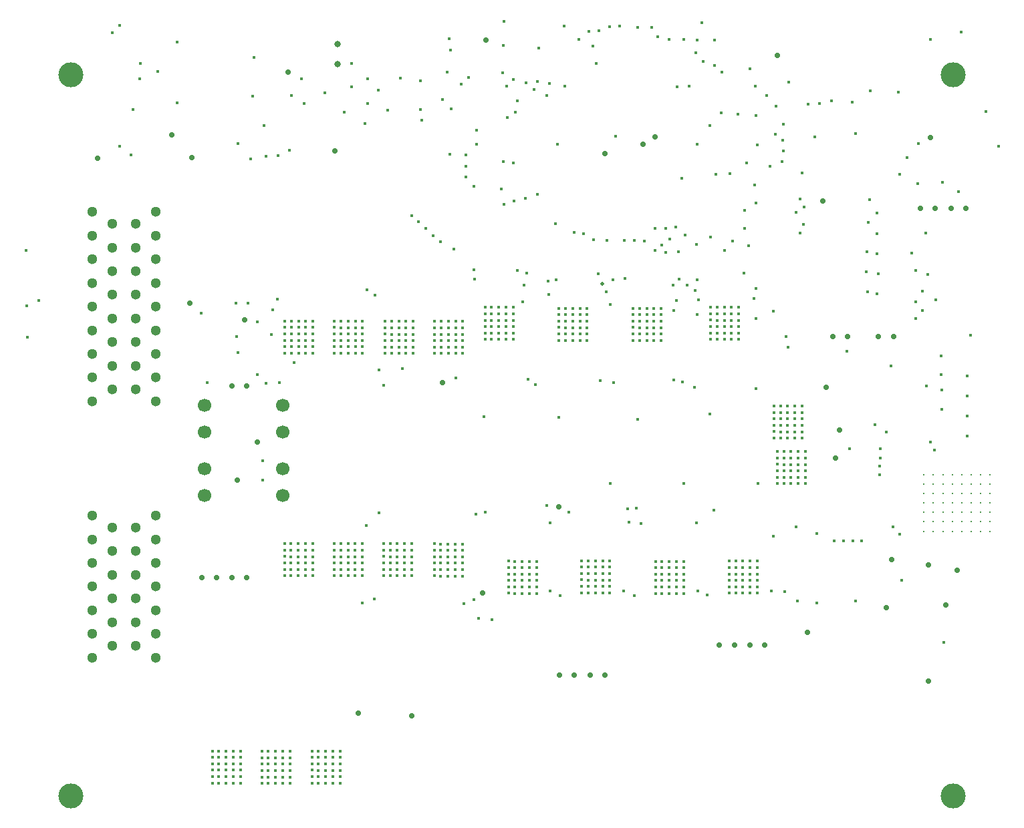
<source format=gbr>
%TF.GenerationSoftware,Altium Limited,Altium Designer,19.1.8 (144)*%
G04 Layer_Color=0*
%FSLAX26Y26*%
%MOIN*%
%TF.FileFunction,Plated,1,4,PTH,Drill*%
%TF.Part,Single*%
G01*
G75*
%TA.AperFunction,ComponentDrill*%
%ADD123C,0.051181*%
%ADD124C,0.066929*%
%TA.AperFunction,OtherDrill,Pad Free-1 (4700mil,3900mil)*%
%ADD125C,0.125000*%
%TA.AperFunction,OtherDrill,Pad Free-1 (4700mil,300mil)*%
%ADD126C,0.125000*%
%TA.AperFunction,OtherDrill,Pad Free-1 (300mil,300mil)*%
%ADD127C,0.125000*%
%TA.AperFunction,OtherDrill,Pad Free-1 (300mil,3900mil)*%
%ADD128C,0.125000*%
%TA.AperFunction,ComponentDrill*%
%ADD129C,0.031496*%
%ADD130C,0.011811*%
%TA.AperFunction,ViaDrill,NotFilled*%
%ADD131C,0.015000*%
%ADD132C,0.028000*%
%ADD133C,0.020000*%
D123*
X720866Y2269685D02*
D03*
Y2387795D02*
D03*
Y2505905D02*
D03*
Y2624016D02*
D03*
Y2742126D02*
D03*
Y2860236D02*
D03*
Y2978347D02*
D03*
Y3096457D02*
D03*
Y3214567D02*
D03*
X622441Y2328740D02*
D03*
Y2446850D02*
D03*
Y2564961D02*
D03*
Y2683071D02*
D03*
Y2801181D02*
D03*
Y2919291D02*
D03*
Y3037402D02*
D03*
Y3155512D02*
D03*
X504331Y2328740D02*
D03*
Y2446850D02*
D03*
Y2564961D02*
D03*
Y2683071D02*
D03*
Y2801181D02*
D03*
Y2919291D02*
D03*
Y3037402D02*
D03*
Y3155512D02*
D03*
X405906Y2269685D02*
D03*
Y2387795D02*
D03*
Y2505905D02*
D03*
Y2624016D02*
D03*
Y2742126D02*
D03*
Y2860236D02*
D03*
Y2978347D02*
D03*
Y3096457D02*
D03*
Y3214567D02*
D03*
Y1698819D02*
D03*
Y1580709D02*
D03*
Y1462599D02*
D03*
Y1344488D02*
D03*
Y1226378D02*
D03*
Y1108268D02*
D03*
Y990158D02*
D03*
X504331Y1639764D02*
D03*
Y1521654D02*
D03*
Y1403543D02*
D03*
Y1285433D02*
D03*
Y1167323D02*
D03*
Y1049213D02*
D03*
X622441Y1639764D02*
D03*
Y1521654D02*
D03*
Y1403543D02*
D03*
Y1285433D02*
D03*
Y1167323D02*
D03*
Y1049213D02*
D03*
X720866Y1698819D02*
D03*
Y1580709D02*
D03*
Y1462599D02*
D03*
Y1344488D02*
D03*
Y1226378D02*
D03*
Y1108268D02*
D03*
Y990158D02*
D03*
D124*
X964724Y1933022D02*
D03*
X1355276D02*
D03*
X964724Y1799163D02*
D03*
X1355276D02*
D03*
X964449Y2250000D02*
D03*
X1355000D02*
D03*
X964449Y2116142D02*
D03*
X1355000D02*
D03*
D125*
X4700000Y3900000D02*
D03*
D126*
Y300000D02*
D03*
D127*
X300000D02*
D03*
D128*
Y3900000D02*
D03*
D129*
X1628000Y3953449D02*
D03*
Y4053449D02*
D03*
D130*
X4742312Y1761900D02*
D03*
Y1809144D02*
D03*
Y1856388D02*
D03*
Y1903632D02*
D03*
Y1714656D02*
D03*
Y1667412D02*
D03*
Y1620168D02*
D03*
X4789556D02*
D03*
Y1667412D02*
D03*
Y1714656D02*
D03*
Y1903632D02*
D03*
Y1856388D02*
D03*
Y1809144D02*
D03*
Y1761900D02*
D03*
X4836800Y1620168D02*
D03*
Y1667412D02*
D03*
Y1714656D02*
D03*
Y1903632D02*
D03*
Y1856388D02*
D03*
Y1809144D02*
D03*
Y1761900D02*
D03*
X4884044Y1620168D02*
D03*
Y1667412D02*
D03*
Y1714656D02*
D03*
Y1903632D02*
D03*
Y1856388D02*
D03*
Y1809144D02*
D03*
Y1761900D02*
D03*
X4695068Y1620168D02*
D03*
Y1667412D02*
D03*
Y1714656D02*
D03*
Y1903632D02*
D03*
Y1856388D02*
D03*
Y1809144D02*
D03*
Y1761900D02*
D03*
X4647824Y1620168D02*
D03*
Y1667412D02*
D03*
Y1714656D02*
D03*
Y1903632D02*
D03*
Y1856388D02*
D03*
Y1809144D02*
D03*
Y1761900D02*
D03*
X4600580Y1620168D02*
D03*
Y1667412D02*
D03*
Y1714656D02*
D03*
Y1903632D02*
D03*
Y1856388D02*
D03*
Y1809144D02*
D03*
Y1761900D02*
D03*
X4553336Y1620168D02*
D03*
Y1667412D02*
D03*
Y1714656D02*
D03*
Y1903632D02*
D03*
Y1856388D02*
D03*
Y1809144D02*
D03*
Y1761900D02*
D03*
D131*
X2630900Y4033300D02*
D03*
X3716100Y2682400D02*
D03*
X3305500Y2721400D02*
D03*
X2552500Y2766200D02*
D03*
X1835545Y2425500D02*
D03*
X2973000Y3071100D02*
D03*
X2905200Y3075300D02*
D03*
X2210500Y3028400D02*
D03*
X2508000Y3268000D02*
D03*
X2567000Y3284000D02*
D03*
X4277400Y3161200D02*
D03*
X4273000Y2814400D02*
D03*
X4326200Y2904300D02*
D03*
X4266200Y2916000D02*
D03*
X4319200Y3210600D02*
D03*
X4152567Y1570800D02*
D03*
X2987000Y1473000D02*
D03*
X4107500Y1570800D02*
D03*
X2621000Y1470500D02*
D03*
X4197633Y1570800D02*
D03*
X3355000Y1470117D02*
D03*
X4270300Y3016000D02*
D03*
X4242700Y1570800D02*
D03*
X3722000Y1470896D02*
D03*
X3875700Y2537800D02*
D03*
X4169400Y2520300D02*
D03*
X3802800Y1596100D02*
D03*
X3916600Y3211700D02*
D03*
X3957400Y3239600D02*
D03*
X3951500Y3153100D02*
D03*
X3859000Y1320000D02*
D03*
X3937100Y3107700D02*
D03*
X3472000Y1303000D02*
D03*
X2739000Y1300000D02*
D03*
X3108000Y1298000D02*
D03*
X3866900Y2593400D02*
D03*
X3802000Y2720000D02*
D03*
X3937500Y3280100D02*
D03*
X4320100Y3004300D02*
D03*
X3614500Y1438896D02*
D03*
X3582000Y1439396D02*
D03*
X3650500Y1438896D02*
D03*
X3686000D02*
D03*
X3722000D02*
D03*
X3686000Y1470896D02*
D03*
X3614500D02*
D03*
X3924000Y1274000D02*
D03*
X3124500Y2180200D02*
D03*
X3485000Y2205200D02*
D03*
X2731500Y2189900D02*
D03*
X2359600Y2193000D02*
D03*
X3715000Y3696000D02*
D03*
X3421700Y3553600D02*
D03*
X2725400Y3552500D02*
D03*
X4320100Y2804300D02*
D03*
X4545600Y2817900D02*
D03*
X4511500Y2767100D02*
D03*
X4547400Y2722100D02*
D03*
X4511100Y2682200D02*
D03*
X4388000Y2447400D02*
D03*
X3593500Y2610000D02*
D03*
X3629500D02*
D03*
Y2578000D02*
D03*
X3593500Y2642000D02*
D03*
X3629500D02*
D03*
X3558000Y2610000D02*
D03*
X3593500Y2578000D02*
D03*
X4612700Y2774400D02*
D03*
X2987000Y1441000D02*
D03*
X2951000Y1473000D02*
D03*
Y1441000D02*
D03*
X2915500D02*
D03*
Y1473000D02*
D03*
X2847000Y1473500D02*
D03*
Y1441500D02*
D03*
X2879500Y1473000D02*
D03*
X3629500Y2738000D02*
D03*
X2874024Y2733000D02*
D03*
X2505000Y2737500D02*
D03*
X3243150Y2733000D02*
D03*
X4320100Y3104300D02*
D03*
X3247500Y1374117D02*
D03*
X3215000Y1374617D02*
D03*
Y1438617D02*
D03*
Y1406617D02*
D03*
X3283500Y1406117D02*
D03*
X3247500D02*
D03*
Y1470117D02*
D03*
Y1438117D02*
D03*
X3319000D02*
D03*
X3283500D02*
D03*
Y1470117D02*
D03*
X3215000Y1470617D02*
D03*
X3582000Y1407396D02*
D03*
X3614500Y1406896D02*
D03*
X3582000Y1375396D02*
D03*
X3650500Y1470896D02*
D03*
X3582000Y1471396D02*
D03*
X2988298Y1859502D02*
D03*
X2673300Y1748700D02*
D03*
X3355719Y1860519D02*
D03*
X3725200Y1858900D02*
D03*
X4365600Y2115500D02*
D03*
X1772100Y1648200D02*
D03*
X3838000Y2117000D02*
D03*
Y2085000D02*
D03*
X3874000D02*
D03*
X3822000Y1858193D02*
D03*
Y1890193D02*
D03*
X3854500Y1889693D02*
D03*
Y1857693D02*
D03*
Y1921693D02*
D03*
X3822000Y1922193D02*
D03*
X3962000Y1985693D02*
D03*
Y2017693D02*
D03*
X3926000Y1985693D02*
D03*
X3890500D02*
D03*
X3926000Y2017693D02*
D03*
X4333700Y1946800D02*
D03*
X4332300Y1901200D02*
D03*
X2254000Y2507500D02*
D03*
X1754000Y2509000D02*
D03*
X1752500Y1557543D02*
D03*
X2251000Y1557000D02*
D03*
X4336300Y2032500D02*
D03*
Y1986900D02*
D03*
X4309500Y2151200D02*
D03*
X4565300Y2344900D02*
D03*
X3962000Y1953693D02*
D03*
X3926000D02*
D03*
X3890500D02*
D03*
X3854500D02*
D03*
Y1985693D02*
D03*
X3822000Y1954193D02*
D03*
X3305000Y2376000D02*
D03*
X3805500Y2245500D02*
D03*
Y2213500D02*
D03*
X3838000Y2245000D02*
D03*
Y2213000D02*
D03*
X3874000Y2245000D02*
D03*
X3945500Y2213000D02*
D03*
X3874000D02*
D03*
X3909500Y2245000D02*
D03*
Y2213000D02*
D03*
X1866500Y2668500D02*
D03*
X1899000Y2668000D02*
D03*
X1866500Y2636500D02*
D03*
X1899000Y2636000D02*
D03*
X1866500Y2604500D02*
D03*
X1899000Y2604000D02*
D03*
X1866500Y2572500D02*
D03*
X1899000Y2572000D02*
D03*
X1866500Y2540500D02*
D03*
X1899000Y2540000D02*
D03*
X1866500Y2508500D02*
D03*
X1935000Y2668000D02*
D03*
Y2636000D02*
D03*
Y2604000D02*
D03*
Y2572000D02*
D03*
Y2540000D02*
D03*
X1899000Y2508000D02*
D03*
X1970500Y2668000D02*
D03*
X2006500D02*
D03*
X1970500Y2636000D02*
D03*
X2006500D02*
D03*
Y2604000D02*
D03*
X1970500Y2572000D02*
D03*
Y2540000D02*
D03*
X1935000Y2508000D02*
D03*
X4584400Y2066000D02*
D03*
X4607000Y2025000D02*
D03*
X4651500Y1066000D02*
D03*
X3265000Y3131000D02*
D03*
X3160000Y3069000D02*
D03*
X3213000Y3133000D02*
D03*
X3108700Y3071800D02*
D03*
X3060000Y3073510D02*
D03*
X3945500Y2117000D02*
D03*
X3874000D02*
D03*
Y2181000D02*
D03*
X3805500Y2181500D02*
D03*
Y2085500D02*
D03*
X3909500Y2149000D02*
D03*
X3838000Y2181000D02*
D03*
X3805500Y2117500D02*
D03*
X3945500Y2245000D02*
D03*
Y2149000D02*
D03*
X3874000D02*
D03*
X3805500Y2149500D02*
D03*
X3945500Y2181000D02*
D03*
X3909500D02*
D03*
X3838000Y2149000D02*
D03*
X3909500Y2117000D02*
D03*
X2855000Y3106000D02*
D03*
X2716000Y3155000D02*
D03*
X4770000Y2296000D02*
D03*
Y2096000D02*
D03*
Y2196000D02*
D03*
Y2395400D02*
D03*
X4639000Y2495000D02*
D03*
X3705000Y2781000D02*
D03*
X3656485Y2908015D02*
D03*
X3716000Y2833000D02*
D03*
X1329723Y2778100D02*
D03*
X1534000Y363000D02*
D03*
Y395000D02*
D03*
Y427000D02*
D03*
Y459000D02*
D03*
Y491000D02*
D03*
Y523000D02*
D03*
X1570000D02*
D03*
Y491000D02*
D03*
Y459000D02*
D03*
Y427000D02*
D03*
Y395000D02*
D03*
Y363000D02*
D03*
X1641500D02*
D03*
Y395000D02*
D03*
Y427000D02*
D03*
Y459000D02*
D03*
Y491000D02*
D03*
Y523000D02*
D03*
X1605500D02*
D03*
Y491000D02*
D03*
Y459000D02*
D03*
Y427000D02*
D03*
Y395000D02*
D03*
Y363000D02*
D03*
X1501500Y363500D02*
D03*
Y395500D02*
D03*
Y427500D02*
D03*
Y459500D02*
D03*
Y491500D02*
D03*
Y523500D02*
D03*
X1284000Y361500D02*
D03*
Y393500D02*
D03*
Y425500D02*
D03*
Y457500D02*
D03*
Y489500D02*
D03*
Y521500D02*
D03*
X1320000D02*
D03*
Y489500D02*
D03*
Y457500D02*
D03*
Y425500D02*
D03*
Y393500D02*
D03*
Y361500D02*
D03*
X1391500D02*
D03*
Y393500D02*
D03*
Y425500D02*
D03*
Y457500D02*
D03*
Y489500D02*
D03*
Y521500D02*
D03*
X1355500D02*
D03*
Y489500D02*
D03*
Y457500D02*
D03*
Y425500D02*
D03*
Y393500D02*
D03*
Y361500D02*
D03*
X1251500Y362000D02*
D03*
Y394000D02*
D03*
Y426000D02*
D03*
Y458000D02*
D03*
Y490000D02*
D03*
Y522000D02*
D03*
X1037500Y363500D02*
D03*
Y395500D02*
D03*
Y427500D02*
D03*
Y459500D02*
D03*
Y491500D02*
D03*
Y523500D02*
D03*
X1073500D02*
D03*
Y491500D02*
D03*
Y459500D02*
D03*
Y427500D02*
D03*
Y395500D02*
D03*
Y363500D02*
D03*
X1145000D02*
D03*
Y395500D02*
D03*
Y427500D02*
D03*
Y459500D02*
D03*
Y491500D02*
D03*
Y523500D02*
D03*
X1109000D02*
D03*
Y491500D02*
D03*
Y459500D02*
D03*
Y427500D02*
D03*
Y395500D02*
D03*
Y363500D02*
D03*
X1005000Y364000D02*
D03*
Y396000D02*
D03*
Y428000D02*
D03*
Y460000D02*
D03*
Y492000D02*
D03*
Y524000D02*
D03*
X3854500Y2017693D02*
D03*
X3890500D02*
D03*
Y1921693D02*
D03*
Y1889693D02*
D03*
Y1857693D02*
D03*
X3962000D02*
D03*
Y1889693D02*
D03*
Y1921693D02*
D03*
X3926000D02*
D03*
Y1889693D02*
D03*
Y1857693D02*
D03*
X3822000Y1986193D02*
D03*
Y2018193D02*
D03*
X3945500Y2085000D02*
D03*
X3909500D02*
D03*
X2879500Y1313000D02*
D03*
Y1345000D02*
D03*
Y1377000D02*
D03*
Y1409000D02*
D03*
Y1441000D02*
D03*
X2915500Y1409000D02*
D03*
Y1377000D02*
D03*
Y1345000D02*
D03*
Y1313000D02*
D03*
X2987000D02*
D03*
Y1345000D02*
D03*
Y1377000D02*
D03*
Y1409000D02*
D03*
X2951000D02*
D03*
Y1377000D02*
D03*
Y1345000D02*
D03*
Y1313000D02*
D03*
X2847000Y1313500D02*
D03*
Y1345500D02*
D03*
Y1377500D02*
D03*
Y1409500D02*
D03*
X1681000Y1493543D02*
D03*
X1716500D02*
D03*
Y1525543D02*
D03*
X1752500D02*
D03*
X3489500Y2738500D02*
D03*
Y2706500D02*
D03*
Y2674500D02*
D03*
Y2642500D02*
D03*
Y2610500D02*
D03*
Y2578500D02*
D03*
X3593500Y2674000D02*
D03*
Y2706000D02*
D03*
Y2738000D02*
D03*
X3629500Y2706000D02*
D03*
Y2674000D02*
D03*
X3558000Y2578000D02*
D03*
Y2642000D02*
D03*
Y2674000D02*
D03*
Y2706000D02*
D03*
Y2738000D02*
D03*
X3522000D02*
D03*
Y2706000D02*
D03*
Y2674000D02*
D03*
Y2642000D02*
D03*
Y2610000D02*
D03*
Y2578000D02*
D03*
X3103150Y2733500D02*
D03*
Y2701500D02*
D03*
Y2669500D02*
D03*
Y2637500D02*
D03*
Y2605500D02*
D03*
Y2573500D02*
D03*
X3207150Y2573000D02*
D03*
Y2605000D02*
D03*
Y2637000D02*
D03*
Y2669000D02*
D03*
Y2701000D02*
D03*
Y2733000D02*
D03*
X3243150Y2701000D02*
D03*
Y2669000D02*
D03*
Y2637000D02*
D03*
Y2605000D02*
D03*
Y2573000D02*
D03*
X3171650D02*
D03*
Y2605000D02*
D03*
Y2637000D02*
D03*
Y2669000D02*
D03*
Y2701000D02*
D03*
Y2733000D02*
D03*
X3135650D02*
D03*
Y2701000D02*
D03*
Y2669000D02*
D03*
Y2637000D02*
D03*
Y2605000D02*
D03*
Y2573000D02*
D03*
X2734024Y2733500D02*
D03*
Y2701500D02*
D03*
Y2669500D02*
D03*
Y2637500D02*
D03*
Y2605500D02*
D03*
Y2573500D02*
D03*
X2838024Y2573000D02*
D03*
Y2605000D02*
D03*
Y2637000D02*
D03*
Y2669000D02*
D03*
Y2701000D02*
D03*
Y2733000D02*
D03*
X2874024Y2701000D02*
D03*
Y2669000D02*
D03*
Y2637000D02*
D03*
Y2605000D02*
D03*
Y2573000D02*
D03*
X2802524D02*
D03*
Y2605000D02*
D03*
Y2637000D02*
D03*
Y2669000D02*
D03*
Y2701000D02*
D03*
Y2733000D02*
D03*
X2766524D02*
D03*
Y2701000D02*
D03*
Y2669000D02*
D03*
Y2637000D02*
D03*
Y2605000D02*
D03*
Y2573000D02*
D03*
X2365000Y2738000D02*
D03*
Y2706000D02*
D03*
Y2674000D02*
D03*
Y2642000D02*
D03*
Y2610000D02*
D03*
Y2578000D02*
D03*
X2469000Y2577500D02*
D03*
Y2609500D02*
D03*
Y2641500D02*
D03*
Y2673500D02*
D03*
Y2705500D02*
D03*
Y2737500D02*
D03*
X2505000Y2705500D02*
D03*
Y2673500D02*
D03*
Y2641500D02*
D03*
Y2609500D02*
D03*
Y2577500D02*
D03*
X2433500D02*
D03*
Y2609500D02*
D03*
Y2641500D02*
D03*
Y2673500D02*
D03*
Y2705500D02*
D03*
Y2737500D02*
D03*
X2397500D02*
D03*
Y2705500D02*
D03*
Y2673500D02*
D03*
Y2641500D02*
D03*
Y2609500D02*
D03*
Y2577500D02*
D03*
X3582000Y1343396D02*
D03*
Y1311396D02*
D03*
X3686000Y1310896D02*
D03*
Y1342896D02*
D03*
Y1374896D02*
D03*
Y1406896D02*
D03*
X3722000D02*
D03*
Y1374896D02*
D03*
Y1342896D02*
D03*
Y1310896D02*
D03*
X3650500D02*
D03*
Y1342896D02*
D03*
Y1374896D02*
D03*
Y1406896D02*
D03*
X3614500Y1374896D02*
D03*
Y1342896D02*
D03*
Y1310896D02*
D03*
X3215000Y1342617D02*
D03*
Y1310617D02*
D03*
X3319000Y1310117D02*
D03*
Y1342117D02*
D03*
Y1374117D02*
D03*
Y1406117D02*
D03*
Y1470117D02*
D03*
X3355000Y1438117D02*
D03*
Y1406117D02*
D03*
Y1374117D02*
D03*
Y1342117D02*
D03*
Y1310117D02*
D03*
X3283500D02*
D03*
Y1342117D02*
D03*
Y1374117D02*
D03*
X3247500Y1342117D02*
D03*
Y1310117D02*
D03*
X2481000Y1471000D02*
D03*
Y1439000D02*
D03*
Y1407000D02*
D03*
Y1375000D02*
D03*
Y1343000D02*
D03*
Y1311000D02*
D03*
X2585000Y1310500D02*
D03*
Y1342500D02*
D03*
Y1374500D02*
D03*
Y1406500D02*
D03*
Y1438500D02*
D03*
Y1470500D02*
D03*
X2621000Y1438500D02*
D03*
Y1406500D02*
D03*
Y1374500D02*
D03*
Y1342500D02*
D03*
Y1310500D02*
D03*
X2549500D02*
D03*
Y1342500D02*
D03*
Y1374500D02*
D03*
Y1406500D02*
D03*
Y1438500D02*
D03*
Y1470500D02*
D03*
X2513500D02*
D03*
Y1438500D02*
D03*
Y1406500D02*
D03*
Y1374500D02*
D03*
Y1342500D02*
D03*
Y1310500D02*
D03*
X2111000Y1557500D02*
D03*
Y1525500D02*
D03*
Y1493500D02*
D03*
Y1461500D02*
D03*
Y1429500D02*
D03*
Y1397500D02*
D03*
X2215000Y1397000D02*
D03*
Y1429000D02*
D03*
Y1461000D02*
D03*
Y1493000D02*
D03*
Y1525000D02*
D03*
Y1557000D02*
D03*
X2251000Y1525000D02*
D03*
Y1493000D02*
D03*
Y1461000D02*
D03*
Y1429000D02*
D03*
Y1397000D02*
D03*
X2179500D02*
D03*
Y1429000D02*
D03*
Y1461000D02*
D03*
Y1493000D02*
D03*
Y1525000D02*
D03*
Y1557000D02*
D03*
X2143500D02*
D03*
Y1525000D02*
D03*
Y1493000D02*
D03*
Y1461000D02*
D03*
Y1429000D02*
D03*
Y1397000D02*
D03*
X1612500Y1398043D02*
D03*
X1645000Y1397543D02*
D03*
X1681000D02*
D03*
X1716500D02*
D03*
X1891000Y1397637D02*
D03*
Y1429637D02*
D03*
Y1461637D02*
D03*
Y1493637D02*
D03*
Y1525637D02*
D03*
Y1557637D02*
D03*
X1927000D02*
D03*
Y1525637D02*
D03*
Y1493637D02*
D03*
Y1461637D02*
D03*
Y1429637D02*
D03*
Y1397637D02*
D03*
X1998500D02*
D03*
Y1429637D02*
D03*
Y1461637D02*
D03*
Y1493637D02*
D03*
Y1525637D02*
D03*
Y1557637D02*
D03*
X1962500D02*
D03*
Y1525637D02*
D03*
Y1493637D02*
D03*
Y1461637D02*
D03*
Y1429637D02*
D03*
Y1397637D02*
D03*
X1858500Y1398137D02*
D03*
Y1430137D02*
D03*
Y1462137D02*
D03*
Y1494137D02*
D03*
Y1526137D02*
D03*
Y1558137D02*
D03*
X1397500Y1398043D02*
D03*
Y1430043D02*
D03*
Y1462043D02*
D03*
Y1494043D02*
D03*
Y1526043D02*
D03*
Y1558043D02*
D03*
X1433500D02*
D03*
Y1526043D02*
D03*
Y1494043D02*
D03*
Y1462043D02*
D03*
Y1430043D02*
D03*
Y1398043D02*
D03*
X1505000D02*
D03*
Y1430043D02*
D03*
Y1462043D02*
D03*
Y1494043D02*
D03*
Y1526043D02*
D03*
Y1558043D02*
D03*
X1469000D02*
D03*
Y1526043D02*
D03*
Y1494043D02*
D03*
Y1462043D02*
D03*
Y1430043D02*
D03*
Y1398043D02*
D03*
X1365000Y1398543D02*
D03*
Y1430543D02*
D03*
Y1462543D02*
D03*
Y1494543D02*
D03*
Y1526543D02*
D03*
Y1558543D02*
D03*
X1612500Y1558043D02*
D03*
Y1526043D02*
D03*
Y1494043D02*
D03*
Y1462043D02*
D03*
Y1430043D02*
D03*
X1716500Y1429543D02*
D03*
Y1461543D02*
D03*
Y1557543D02*
D03*
X1752500Y1493543D02*
D03*
Y1461543D02*
D03*
Y1429543D02*
D03*
Y1397543D02*
D03*
X1681000Y1429543D02*
D03*
Y1461543D02*
D03*
Y1525543D02*
D03*
Y1557543D02*
D03*
X1645000D02*
D03*
Y1525543D02*
D03*
Y1493543D02*
D03*
Y1461543D02*
D03*
Y1429543D02*
D03*
X2006500Y2508000D02*
D03*
Y2540000D02*
D03*
Y2572000D02*
D03*
X1970500Y2604000D02*
D03*
Y2508000D02*
D03*
X2114000Y2668000D02*
D03*
Y2636000D02*
D03*
Y2604000D02*
D03*
Y2572000D02*
D03*
Y2540000D02*
D03*
Y2508000D02*
D03*
X2218000Y2507500D02*
D03*
Y2539500D02*
D03*
Y2571500D02*
D03*
Y2603500D02*
D03*
Y2635500D02*
D03*
Y2667500D02*
D03*
X2254000D02*
D03*
Y2635500D02*
D03*
Y2603500D02*
D03*
Y2571500D02*
D03*
Y2539500D02*
D03*
X2182500Y2507500D02*
D03*
Y2539500D02*
D03*
Y2571500D02*
D03*
Y2603500D02*
D03*
Y2635500D02*
D03*
Y2667500D02*
D03*
X2146500D02*
D03*
Y2635500D02*
D03*
Y2603500D02*
D03*
Y2571500D02*
D03*
Y2539500D02*
D03*
Y2507500D02*
D03*
X1646500Y2509000D02*
D03*
Y2541000D02*
D03*
Y2573000D02*
D03*
Y2605000D02*
D03*
Y2637000D02*
D03*
Y2669000D02*
D03*
X1682500D02*
D03*
Y2637000D02*
D03*
Y2605000D02*
D03*
Y2573000D02*
D03*
Y2541000D02*
D03*
Y2509000D02*
D03*
X1754000Y2541000D02*
D03*
Y2573000D02*
D03*
Y2605000D02*
D03*
Y2637000D02*
D03*
Y2669000D02*
D03*
X1718000D02*
D03*
Y2637000D02*
D03*
Y2605000D02*
D03*
Y2573000D02*
D03*
Y2541000D02*
D03*
Y2509000D02*
D03*
X1614000Y2509500D02*
D03*
Y2541500D02*
D03*
Y2573500D02*
D03*
Y2605500D02*
D03*
Y2637500D02*
D03*
Y2669500D02*
D03*
X1366500Y2670000D02*
D03*
Y2638000D02*
D03*
Y2606000D02*
D03*
Y2574000D02*
D03*
Y2542000D02*
D03*
Y2510000D02*
D03*
X1470500Y2509500D02*
D03*
Y2541500D02*
D03*
Y2573500D02*
D03*
Y2605500D02*
D03*
Y2637500D02*
D03*
Y2669500D02*
D03*
X1506500D02*
D03*
Y2637500D02*
D03*
Y2605500D02*
D03*
Y2573500D02*
D03*
Y2541500D02*
D03*
Y2509500D02*
D03*
X1435000D02*
D03*
Y2541500D02*
D03*
Y2573500D02*
D03*
Y2605500D02*
D03*
Y2637500D02*
D03*
Y2669500D02*
D03*
X1399000D02*
D03*
Y2637500D02*
D03*
Y2605500D02*
D03*
Y2573500D02*
D03*
Y2541500D02*
D03*
Y2509500D02*
D03*
X731000Y3917000D02*
D03*
X645030Y3954500D02*
D03*
X644000Y3878500D02*
D03*
X541500Y4146500D02*
D03*
X610000Y3726000D02*
D03*
X829500Y3760500D02*
D03*
Y4061000D02*
D03*
X78500Y2746500D02*
D03*
X3076500Y1734000D02*
D03*
X4784500Y2597500D02*
D03*
X1399000Y3795000D02*
D03*
X2969000Y2815000D02*
D03*
X2928000Y2906024D02*
D03*
X1774685Y2826000D02*
D03*
X949000Y2710000D02*
D03*
X2690000Y1663328D02*
D03*
X2260263Y1260000D02*
D03*
X2454000Y3910000D02*
D03*
X2760000Y4144000D02*
D03*
X2459000Y4166000D02*
D03*
X3787000Y3444000D02*
D03*
X3847000Y3465000D02*
D03*
X4034000Y3757000D02*
D03*
X4093000Y3768000D02*
D03*
X3977000Y3754000D02*
D03*
X1206000Y3794000D02*
D03*
X1449000Y3879000D02*
D03*
X1778000Y3880000D02*
D03*
X1780000Y3755000D02*
D03*
X1699000Y3840000D02*
D03*
X1700409Y3954410D02*
D03*
X2177000Y3913000D02*
D03*
X2195400Y3729000D02*
D03*
X2050000Y3672000D02*
D03*
X2472000Y3841000D02*
D03*
X2281000Y3887000D02*
D03*
X2192000Y4024000D02*
D03*
X1214000Y3986000D02*
D03*
X4645000Y3361000D02*
D03*
X4010000Y3589000D02*
D03*
X3509000Y4074000D02*
D03*
X2682000Y2801181D02*
D03*
X3716000Y3259000D02*
D03*
Y2334000D02*
D03*
X3062000Y2884000D02*
D03*
X2940000Y2371000D02*
D03*
X3002000Y2875000D02*
D03*
X2782000Y1717000D02*
D03*
X2366000D02*
D03*
X2318000Y1707000D02*
D03*
X2678000Y2869000D02*
D03*
X2720000Y2875000D02*
D03*
X3670000Y3459000D02*
D03*
X2506000Y3458000D02*
D03*
X2456000Y3467000D02*
D03*
X3409000Y2338000D02*
D03*
X3331000Y2878000D02*
D03*
X3265000Y3011000D02*
D03*
X3285000Y3078000D02*
D03*
X3543600Y3709000D02*
D03*
X2151000Y3777000D02*
D03*
X2270000Y3441000D02*
D03*
X3625000Y3703000D02*
D03*
X3547000Y3914000D02*
D03*
X4425000Y3811000D02*
D03*
X3487000Y3646000D02*
D03*
X3848000Y3571000D02*
D03*
X3586000Y3405000D02*
D03*
X3723000Y3550000D02*
D03*
X2764000Y3842000D02*
D03*
X2671000Y3796000D02*
D03*
X2569696Y3858000D02*
D03*
X2625000Y3867000D02*
D03*
X2686000Y3855000D02*
D03*
X3322000Y3840000D02*
D03*
X2572000Y2909000D02*
D03*
X3712000Y3842000D02*
D03*
X3421000Y2701000D02*
D03*
X543500Y3541000D02*
D03*
X3037000Y4141000D02*
D03*
X2882000Y4115000D02*
D03*
X2934000Y4120000D02*
D03*
X2902000Y4044000D02*
D03*
X2187000Y4078000D02*
D03*
X2616000Y2354000D02*
D03*
X2580000Y2380000D02*
D03*
X4586000Y4075000D02*
D03*
X2989000Y2753000D02*
D03*
X3081000Y1666000D02*
D03*
X3142000Y1660000D02*
D03*
X3413000Y2824000D02*
D03*
X3420000Y1662000D02*
D03*
X3212000Y3022000D02*
D03*
X3319000Y2773000D02*
D03*
X3245000Y3049000D02*
D03*
X2808000Y3111000D02*
D03*
X3419000Y3054000D02*
D03*
X3363000Y3100000D02*
D03*
X3316000Y3139000D02*
D03*
X3328843Y3016000D02*
D03*
X3381000Y3843000D02*
D03*
X3447000Y4158000D02*
D03*
X4738000Y4112000D02*
D03*
X3120000Y1735000D02*
D03*
X4527000Y3556000D02*
D03*
X4470000Y3486000D02*
D03*
X3851000Y3520000D02*
D03*
X4925000Y3543000D02*
D03*
X4400000Y1641000D02*
D03*
X3914236D02*
D03*
X3507000Y1725000D02*
D03*
X3371000Y2850000D02*
D03*
X2558000Y2848000D02*
D03*
X3428386Y2776106D02*
D03*
X3768000Y3796000D02*
D03*
X3817000Y3741000D02*
D03*
X3852000Y3654000D02*
D03*
X3814000Y3602000D02*
D03*
X3679000Y3046000D02*
D03*
X3489000Y3090000D02*
D03*
X2219000Y2385000D02*
D03*
X2331000Y1186000D02*
D03*
X3195112Y4134500D02*
D03*
X3510000Y3945000D02*
D03*
X3451000Y3967000D02*
D03*
X3416000Y4009000D02*
D03*
X3423000Y4074000D02*
D03*
X3357000Y4076000D02*
D03*
X3281000Y4077000D02*
D03*
X3225000Y4090000D02*
D03*
X3126000Y4136000D02*
D03*
X599000Y3499000D02*
D03*
X2920000Y3954410D02*
D03*
X2987000Y4139000D02*
D03*
X507139Y4109000D02*
D03*
X3685000Y3930000D02*
D03*
X2505000Y3876000D02*
D03*
X3516000Y3403000D02*
D03*
X3346000Y3384000D02*
D03*
X4861000Y3715000D02*
D03*
X4432000Y1607000D02*
D03*
X4211000Y1272000D02*
D03*
X2447000Y3329000D02*
D03*
X3559281Y3024000D02*
D03*
X2457711Y3251000D02*
D03*
X2627000Y3304000D02*
D03*
X3659597Y3221000D02*
D03*
X3660000Y3134000D02*
D03*
X3598000Y3068000D02*
D03*
X2526000Y2924000D02*
D03*
X4444000Y1375000D02*
D03*
X1339000Y2361000D02*
D03*
X1953000Y2434000D02*
D03*
X3946000Y3410000D02*
D03*
X3880000Y3864000D02*
D03*
X4524000Y3356000D02*
D03*
X2475000Y3685000D02*
D03*
X2515000Y3712000D02*
D03*
X2527000Y3770000D02*
D03*
X2610000Y3827000D02*
D03*
X2398000Y1179000D02*
D03*
X1754000Y1263000D02*
D03*
X1811000Y1282000D02*
D03*
X3303000Y2849000D02*
D03*
X3349000Y2367000D02*
D03*
X4642000Y2228000D02*
D03*
X3005000Y2364000D02*
D03*
X4642000Y2326000D02*
D03*
X4639000Y2404000D02*
D03*
X4284000Y3276000D02*
D03*
X3016000Y3594000D02*
D03*
X3708000Y3349000D02*
D03*
X4725000Y3315000D02*
D03*
X2044000Y3868000D02*
D03*
X4019000Y1608000D02*
D03*
Y1262000D02*
D03*
X2831000Y4077000D02*
D03*
X2455000Y4046000D02*
D03*
X2245000Y3852000D02*
D03*
X4214000Y3607000D02*
D03*
X4285000Y3819000D02*
D03*
X4195000Y3764000D02*
D03*
X4432000Y3403000D02*
D03*
X4492000Y3008000D02*
D03*
X4512000Y2924000D02*
D03*
X4571000Y2901000D02*
D03*
X4563000Y3108000D02*
D03*
X3421000Y2876636D02*
D03*
X2043000Y3727000D02*
D03*
X1878000Y3724000D02*
D03*
X2308000Y3343000D02*
D03*
X2270000Y3389000D02*
D03*
X2308000Y2926000D02*
D03*
X2314000Y2878000D02*
D03*
X3792264Y1321151D02*
D03*
X3424843D02*
D03*
X3057421D02*
D03*
X2690000D02*
D03*
X1860000Y2350000D02*
D03*
X1390800Y3524000D02*
D03*
X1134000Y3557000D02*
D03*
X1195000Y3480000D02*
D03*
X1122000Y2760000D02*
D03*
X1182000Y2759000D02*
D03*
X1132000Y2514000D02*
D03*
X2308477Y1280701D02*
D03*
X2324000Y3553000D02*
D03*
X1835000Y1714000D02*
D03*
X1414000Y2464000D02*
D03*
X81000Y2590000D02*
D03*
X2322000Y3624000D02*
D03*
X1274000Y3492000D02*
D03*
X2142000Y3067000D02*
D03*
X2106000Y3097000D02*
D03*
X2070000Y3131000D02*
D03*
X2034000Y3165000D02*
D03*
X1999000Y3195000D02*
D03*
X1831000Y3824000D02*
D03*
X2270000Y3500000D02*
D03*
X1299755Y2603000D02*
D03*
X1815000Y2798000D02*
D03*
X2189000Y3501000D02*
D03*
X1305000Y2726000D02*
D03*
X140000Y2772000D02*
D03*
X75000Y3023000D02*
D03*
X1662000Y3712000D02*
D03*
X1566000Y3810000D02*
D03*
X1126000Y2594000D02*
D03*
X1944000Y3883000D02*
D03*
X1464000Y3755000D02*
D03*
X1766000Y3656000D02*
D03*
X1334000Y3497000D02*
D03*
X1230000Y2402000D02*
D03*
X1274000Y2359000D02*
D03*
X1262000Y3645000D02*
D03*
X1230000Y2665000D02*
D03*
X1255000Y1875000D02*
D03*
X1256000Y1971000D02*
D03*
X978000Y2361000D02*
D03*
X4184000Y2032000D02*
D03*
D132*
X4402300Y2593900D02*
D03*
X4171803Y2594000D02*
D03*
X4097803D02*
D03*
X4575900Y873600D02*
D03*
X3971200Y1116200D02*
D03*
X4575600Y1453680D02*
D03*
X4393500Y1477780D02*
D03*
X4065000Y2337800D02*
D03*
X2151300Y2363037D02*
D03*
X4326400Y2593900D02*
D03*
X1166500Y2675000D02*
D03*
X4133700Y2126000D02*
D03*
X434000Y3484000D02*
D03*
X1103038Y2346000D02*
D03*
X1177038D02*
D03*
X951000Y1389000D02*
D03*
X1025000D02*
D03*
X1177450D02*
D03*
X1103450D02*
D03*
X2736000Y904000D02*
D03*
X2810000D02*
D03*
X2962450D02*
D03*
X2888450D02*
D03*
X3533584Y1051000D02*
D03*
X3607584D02*
D03*
X3760034D02*
D03*
X3686034D02*
D03*
X4688000Y3233000D02*
D03*
X4762000D02*
D03*
X4609550D02*
D03*
X4535550D02*
D03*
X1615000Y3520000D02*
D03*
X1229510Y2066000D02*
D03*
X1128000Y1875000D02*
D03*
X894000Y2759000D02*
D03*
X902000Y3485000D02*
D03*
X802000Y3600000D02*
D03*
X2731000Y1743570D02*
D03*
X2368000Y4071000D02*
D03*
X3823000Y3997000D02*
D03*
X2963000Y3506000D02*
D03*
X3213643Y3589000D02*
D03*
X4050000Y3269000D02*
D03*
X4587000Y3585000D02*
D03*
X4111000Y1985000D02*
D03*
X4367000Y1239000D02*
D03*
X2352000Y1314000D02*
D03*
X1998000Y700000D02*
D03*
X1384000Y3911000D02*
D03*
X4662000Y1253000D02*
D03*
X4718690Y1424900D02*
D03*
X3153000Y3552795D02*
D03*
X1733000Y714000D02*
D03*
D133*
X2948976Y2856342D02*
D03*
%TF.MD5,184bf803c0108dbd198b2e9aa263f6dc*%
M02*

</source>
